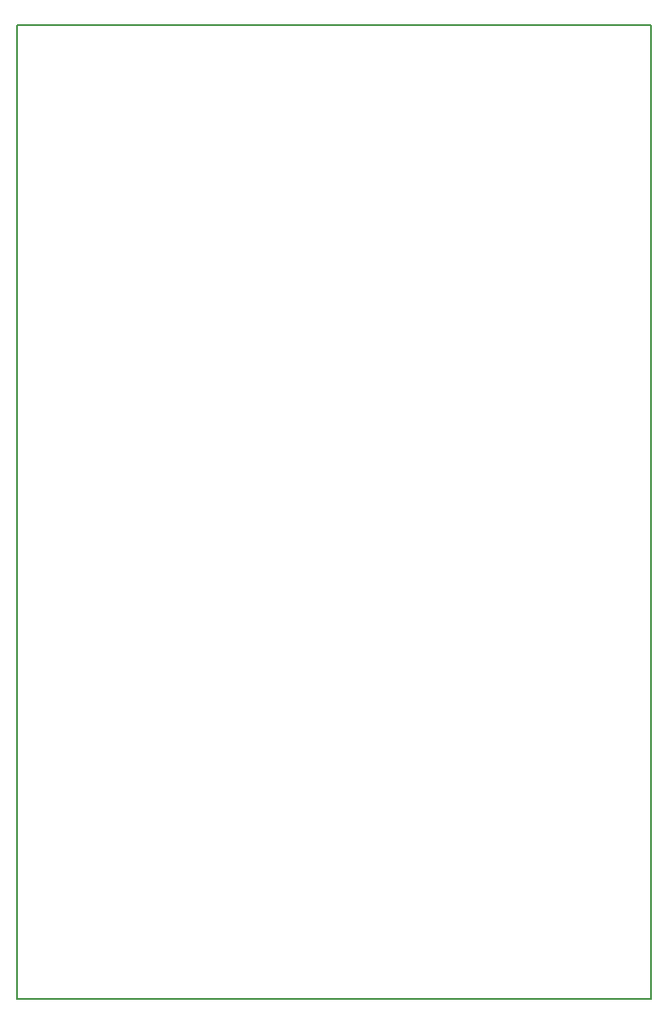
<source format=gbr>
%TF.GenerationSoftware,KiCad,Pcbnew,6.0.11+dfsg-1~bpo11+1*%
%TF.CreationDate,2023-08-01T14:36:39-03:00*%
%TF.ProjectId,simo_shield_1,73696d6f-5f73-4686-9965-6c645f312e6b,0003*%
%TF.SameCoordinates,PX69db9c0PY791ddc0*%
%TF.FileFunction,Other,User*%
%FSLAX46Y46*%
G04 Gerber Fmt 4.6, Leading zero omitted, Abs format (unit mm)*
G04 Created by KiCad (PCBNEW 6.0.11+dfsg-1~bpo11+1) date 2023-08-01 14:36:39*
%MOMM*%
%LPD*%
G01*
G04 APERTURE LIST*
%ADD10C,0.150000*%
G04 APERTURE END LIST*
D10*
X5000000Y99000000D02*
X65000000Y99000000D01*
X65000000Y99000000D02*
X65000000Y7000000D01*
X65000000Y7000000D02*
X5000000Y7000000D01*
X5000000Y7000000D02*
X5000000Y99000000D01*
M02*

</source>
